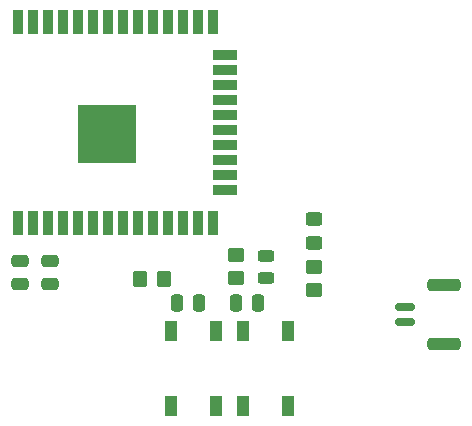
<source format=gtp>
G04 #@! TF.GenerationSoftware,KiCad,Pcbnew,6.0.4-6f826c9f35~116~ubuntu18.04.1*
G04 #@! TF.CreationDate,2022-04-26T12:07:31+08:00*
G04 #@! TF.ProjectId,ESP32_CAN_TEST,45535033-325f-4434-914e-5f544553542e,rev?*
G04 #@! TF.SameCoordinates,Original*
G04 #@! TF.FileFunction,Paste,Top*
G04 #@! TF.FilePolarity,Positive*
%FSLAX46Y46*%
G04 Gerber Fmt 4.6, Leading zero omitted, Abs format (unit mm)*
G04 Created by KiCad (PCBNEW 6.0.4-6f826c9f35~116~ubuntu18.04.1) date 2022-04-26 12:07:31*
%MOMM*%
%LPD*%
G01*
G04 APERTURE LIST*
G04 Aperture macros list*
%AMRoundRect*
0 Rectangle with rounded corners*
0 $1 Rounding radius*
0 $2 $3 $4 $5 $6 $7 $8 $9 X,Y pos of 4 corners*
0 Add a 4 corners polygon primitive as box body*
4,1,4,$2,$3,$4,$5,$6,$7,$8,$9,$2,$3,0*
0 Add four circle primitives for the rounded corners*
1,1,$1+$1,$2,$3*
1,1,$1+$1,$4,$5*
1,1,$1+$1,$6,$7*
1,1,$1+$1,$8,$9*
0 Add four rect primitives between the rounded corners*
20,1,$1+$1,$2,$3,$4,$5,0*
20,1,$1+$1,$4,$5,$6,$7,0*
20,1,$1+$1,$6,$7,$8,$9,0*
20,1,$1+$1,$8,$9,$2,$3,0*%
G04 Aperture macros list end*
%ADD10RoundRect,0.250000X-0.475000X0.250000X-0.475000X-0.250000X0.475000X-0.250000X0.475000X0.250000X0*%
%ADD11RoundRect,0.243750X-0.456250X0.243750X-0.456250X-0.243750X0.456250X-0.243750X0.456250X0.243750X0*%
%ADD12RoundRect,0.250000X-0.450000X0.325000X-0.450000X-0.325000X0.450000X-0.325000X0.450000X0.325000X0*%
%ADD13RoundRect,0.250000X-0.250000X-0.475000X0.250000X-0.475000X0.250000X0.475000X-0.250000X0.475000X0*%
%ADD14RoundRect,0.150000X-0.700000X0.150000X-0.700000X-0.150000X0.700000X-0.150000X0.700000X0.150000X0*%
%ADD15RoundRect,0.250000X-1.150000X0.250000X-1.150000X-0.250000X1.150000X-0.250000X1.150000X0.250000X0*%
%ADD16R,1.000000X1.700000*%
%ADD17R,0.900000X2.000000*%
%ADD18R,2.000000X0.900000*%
%ADD19R,5.000000X5.000000*%
%ADD20RoundRect,0.250000X0.450000X-0.350000X0.450000X0.350000X-0.450000X0.350000X-0.450000X-0.350000X0*%
%ADD21RoundRect,0.250000X-0.450000X0.350000X-0.450000X-0.350000X0.450000X-0.350000X0.450000X0.350000X0*%
%ADD22RoundRect,0.250000X-0.350000X-0.450000X0.350000X-0.450000X0.350000X0.450000X-0.350000X0.450000X0*%
G04 APERTURE END LIST*
D10*
X111760000Y-72710000D03*
X111760000Y-74610000D03*
D11*
X130048000Y-72214500D03*
X130048000Y-74089500D03*
D12*
X134112000Y-69079000D03*
X134112000Y-71129000D03*
D13*
X122494000Y-76200000D03*
X124394000Y-76200000D03*
X127508000Y-76200000D03*
X129408000Y-76200000D03*
D14*
X141814000Y-76591000D03*
X141814000Y-77841000D03*
D15*
X145164000Y-74741000D03*
X145164000Y-79691000D03*
D16*
X128148000Y-78638000D03*
X128148000Y-84938000D03*
X131948000Y-78638000D03*
X131948000Y-84938000D03*
D10*
X109220000Y-72710000D03*
X109220000Y-74610000D03*
D17*
X109093000Y-69460000D03*
X110363000Y-69460000D03*
X111633000Y-69460000D03*
X112903000Y-69460000D03*
X114173000Y-69460000D03*
X115443000Y-69460000D03*
X116713000Y-69460000D03*
X117983000Y-69460000D03*
X119253000Y-69460000D03*
X120523000Y-69460000D03*
X121793000Y-69460000D03*
X123063000Y-69460000D03*
X124333000Y-69460000D03*
X125603000Y-69460000D03*
D18*
X126603000Y-66675000D03*
X126603000Y-65405000D03*
X126603000Y-64135000D03*
X126603000Y-62865000D03*
X126603000Y-61595000D03*
X126603000Y-60325000D03*
X126603000Y-59055000D03*
X126603000Y-57785000D03*
X126603000Y-56515000D03*
X126603000Y-55245000D03*
D17*
X125603000Y-52460000D03*
X124333000Y-52460000D03*
X123063000Y-52460000D03*
X121793000Y-52460000D03*
X120523000Y-52460000D03*
X119253000Y-52460000D03*
X117983000Y-52460000D03*
X116713000Y-52460000D03*
X115443000Y-52460000D03*
X114173000Y-52460000D03*
X112903000Y-52460000D03*
X111633000Y-52460000D03*
X110363000Y-52460000D03*
X109093000Y-52460000D03*
D19*
X116593000Y-61960000D03*
D16*
X125852000Y-78638000D03*
X125852000Y-84938000D03*
X122052000Y-84938000D03*
X122052000Y-78638000D03*
D20*
X134112000Y-75152000D03*
X134112000Y-73152000D03*
D21*
X127508000Y-72152000D03*
X127508000Y-74152000D03*
D22*
X119396000Y-74168000D03*
X121396000Y-74168000D03*
M02*

</source>
